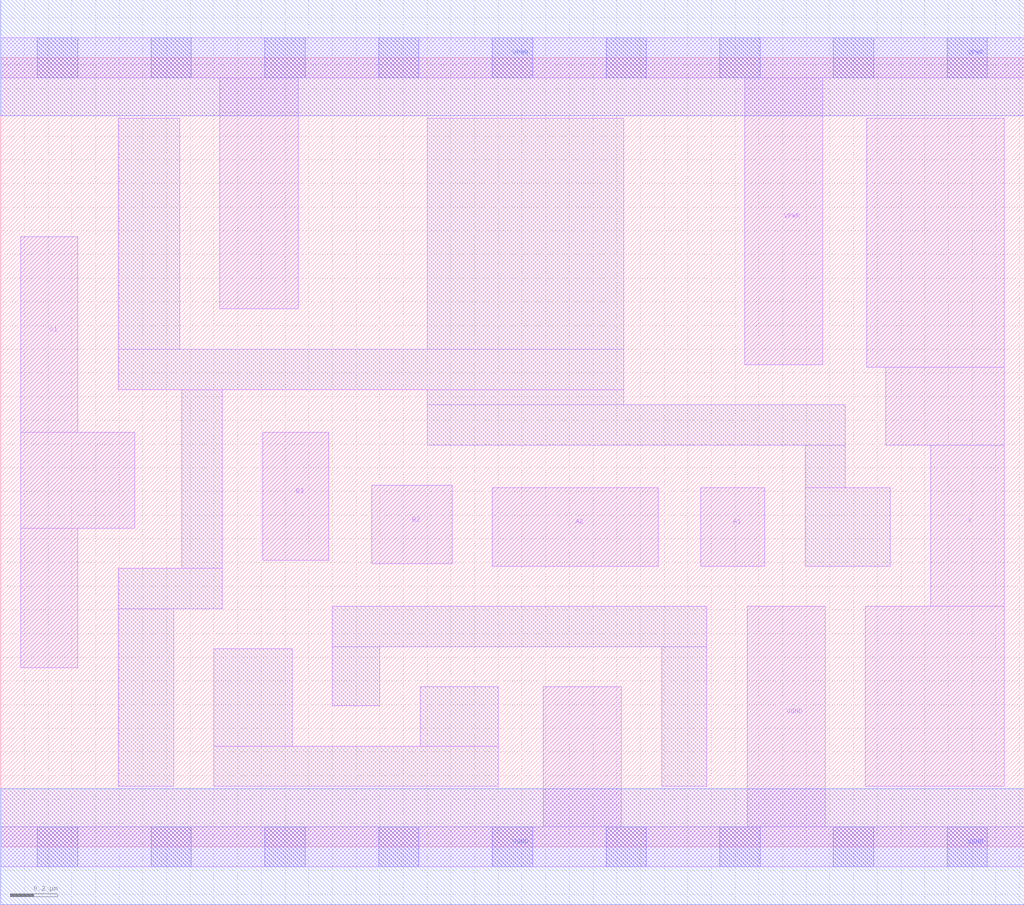
<source format=lef>
# Copyright 2020 The SkyWater PDK Authors
#
# Licensed under the Apache License, Version 2.0 (the "License");
# you may not use this file except in compliance with the License.
# You may obtain a copy of the License at
#
#     https://www.apache.org/licenses/LICENSE-2.0
#
# Unless required by applicable law or agreed to in writing, software
# distributed under the License is distributed on an "AS IS" BASIS,
# WITHOUT WARRANTIES OR CONDITIONS OF ANY KIND, either express or implied.
# See the License for the specific language governing permissions and
# limitations under the License.
#
# SPDX-License-Identifier: Apache-2.0

VERSION 5.7 ;
  NAMESCASESENSITIVE ON ;
  NOWIREEXTENSIONATPIN ON ;
  DIVIDERCHAR "/" ;
  BUSBITCHARS "[]" ;
UNITS
  DATABASE MICRONS 200 ;
END UNITS
MACRO sky130_fd_sc_lp__o221a_1
  CLASS CORE ;
  SOURCE USER ;
  FOREIGN sky130_fd_sc_lp__o221a_1 ;
  ORIGIN  0.000000  0.000000 ;
  SIZE  4.320000 BY  3.330000 ;
  SYMMETRY X Y R90 ;
  SITE unit ;
  PIN A1
    ANTENNAGATEAREA  0.315000 ;
    DIRECTION INPUT ;
    USE SIGNAL ;
    PORT
      LAYER li1 ;
        RECT 2.955000 1.185000 3.225000 1.515000 ;
    END
  END A1
  PIN A2
    ANTENNAGATEAREA  0.315000 ;
    DIRECTION INPUT ;
    USE SIGNAL ;
    PORT
      LAYER li1 ;
        RECT 2.075000 1.185000 2.775000 1.515000 ;
    END
  END A2
  PIN B1
    ANTENNAGATEAREA  0.315000 ;
    DIRECTION INPUT ;
    USE SIGNAL ;
    PORT
      LAYER li1 ;
        RECT 1.105000 1.210000 1.385000 1.750000 ;
    END
  END B1
  PIN B2
    ANTENNAGATEAREA  0.315000 ;
    DIRECTION INPUT ;
    USE SIGNAL ;
    PORT
      LAYER li1 ;
        RECT 1.565000 1.195000 1.905000 1.525000 ;
    END
  END B2
  PIN C1
    ANTENNAGATEAREA  0.315000 ;
    DIRECTION INPUT ;
    USE SIGNAL ;
    PORT
      LAYER li1 ;
        RECT 0.085000 0.755000 0.325000 1.345000 ;
        RECT 0.085000 1.345000 0.565000 1.750000 ;
        RECT 0.085000 1.750000 0.325000 2.575000 ;
    END
  END C1
  PIN X
    ANTENNADIFFAREA  0.581700 ;
    DIRECTION OUTPUT ;
    USE SIGNAL ;
    PORT
      LAYER li1 ;
        RECT 3.650000 0.255000 4.235000 1.015000 ;
        RECT 3.655000 2.025000 4.235000 3.075000 ;
        RECT 3.735000 1.695000 4.235000 2.025000 ;
        RECT 3.925000 1.015000 4.235000 1.695000 ;
    END
  END X
  PIN VGND
    DIRECTION INOUT ;
    USE GROUND ;
    PORT
      LAYER li1 ;
        RECT 0.000000 -0.085000 4.320000 0.085000 ;
        RECT 2.290000  0.085000 2.620000 0.675000 ;
        RECT 3.150000  0.085000 3.480000 1.015000 ;
      LAYER mcon ;
        RECT 0.155000 -0.085000 0.325000 0.085000 ;
        RECT 0.635000 -0.085000 0.805000 0.085000 ;
        RECT 1.115000 -0.085000 1.285000 0.085000 ;
        RECT 1.595000 -0.085000 1.765000 0.085000 ;
        RECT 2.075000 -0.085000 2.245000 0.085000 ;
        RECT 2.555000 -0.085000 2.725000 0.085000 ;
        RECT 3.035000 -0.085000 3.205000 0.085000 ;
        RECT 3.515000 -0.085000 3.685000 0.085000 ;
        RECT 3.995000 -0.085000 4.165000 0.085000 ;
      LAYER met1 ;
        RECT 0.000000 -0.245000 4.320000 0.245000 ;
    END
  END VGND
  PIN VPWR
    DIRECTION INOUT ;
    USE POWER ;
    PORT
      LAYER li1 ;
        RECT 0.000000 3.245000 4.320000 3.415000 ;
        RECT 0.925000 2.270000 1.255000 3.245000 ;
        RECT 3.140000 2.035000 3.470000 3.245000 ;
      LAYER mcon ;
        RECT 0.155000 3.245000 0.325000 3.415000 ;
        RECT 0.635000 3.245000 0.805000 3.415000 ;
        RECT 1.115000 3.245000 1.285000 3.415000 ;
        RECT 1.595000 3.245000 1.765000 3.415000 ;
        RECT 2.075000 3.245000 2.245000 3.415000 ;
        RECT 2.555000 3.245000 2.725000 3.415000 ;
        RECT 3.035000 3.245000 3.205000 3.415000 ;
        RECT 3.515000 3.245000 3.685000 3.415000 ;
        RECT 3.995000 3.245000 4.165000 3.415000 ;
      LAYER met1 ;
        RECT 0.000000 3.085000 4.320000 3.575000 ;
    END
  END VPWR
  OBS
    LAYER li1 ;
      RECT 0.495000 0.255000 0.730000 1.005000 ;
      RECT 0.495000 1.005000 0.935000 1.175000 ;
      RECT 0.495000 1.930000 2.630000 2.100000 ;
      RECT 0.495000 2.100000 0.755000 3.075000 ;
      RECT 0.765000 1.175000 0.935000 1.930000 ;
      RECT 0.900000 0.255000 2.100000 0.425000 ;
      RECT 0.900000 0.425000 1.230000 0.835000 ;
      RECT 1.400000 0.595000 1.600000 0.845000 ;
      RECT 1.400000 0.845000 2.980000 1.015000 ;
      RECT 1.770000 0.425000 2.100000 0.675000 ;
      RECT 1.800000 1.695000 3.565000 1.865000 ;
      RECT 1.800000 1.865000 2.630000 1.930000 ;
      RECT 1.800000 2.100000 2.630000 3.075000 ;
      RECT 2.790000 0.255000 2.980000 0.845000 ;
      RECT 3.395000 1.185000 3.755000 1.515000 ;
      RECT 3.395000 1.515000 3.565000 1.695000 ;
  END
END sky130_fd_sc_lp__o221a_1

</source>
